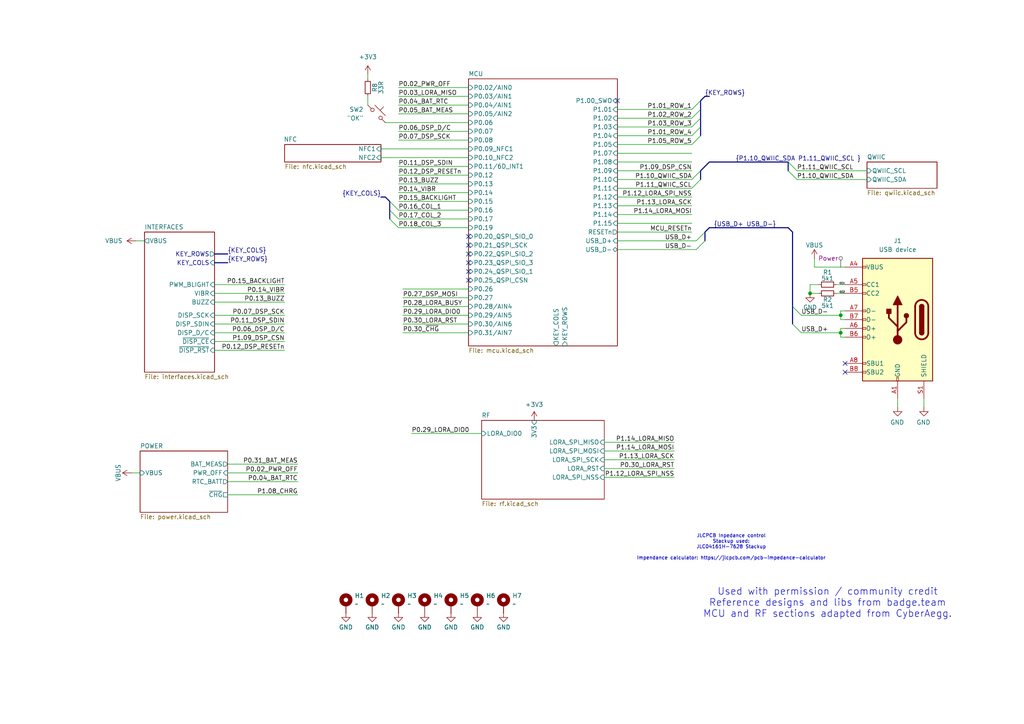
<source format=kicad_sch>
(kicad_sch (version 20250114) (generator "eeschema") (generator_version "9.0")
  (paper "A4")
  (title_block (title "Mainboard replacement for Nokia 3310") (date "29-12-2025") (rev "Rev A") (company "Mesh3310") (comment 1 "JDJ electronics"))
  (lib_symbols
    (symbol "Connector:USB_C_Receptacle_USB2.0_16P" (pin_names (offset 1.016))
      (property "Reference" "J1" (at 0 22.86 0))
      (property "Value" "USB device" (at 0 20.32 0))
      (symbol "USB_C_Receptacle_USB2.0_16P_0_0"
        (rectangle (start -0.254 -17.78) (end 0.254 -16.764))
        (rectangle (start 10.16 15.494) (end 9.144 14.986))
        (rectangle (start 10.16 10.414) (end 9.144 9.906))
        (rectangle (start 10.16 7.874) (end 9.144 7.366))
        (rectangle (start 10.16 2.794) (end 9.144 2.286))
        (rectangle (start 10.16 0.254) (end 9.144 -0.254))
        (rectangle (start 10.16 -2.286) (end 9.144 -2.794))
        (rectangle (start 10.16 -4.826) (end 9.144 -5.334))
        (rectangle (start 10.16 -12.446) (end 9.144 -12.954))
        (rectangle (start 10.16 -14.986) (end 9.144 -15.494))
      )
      (symbol "USB_C_Receptacle_USB2.0_16P_0_1"
        (rectangle (start -10.16 17.78) (end 10.16 -17.78) (stroke (width 0.254)) (fill (type background)))
        (polyline (pts (xy -8.89 -3.81) (xy -8.89 3.81)) (stroke (width 0.508)))
        (rectangle (start -7.62 -3.81) (end -6.35 3.81) (stroke (width 0.254)) (fill (type outline)))
        (arc (start -7.62 3.81) (mid -6.985 4.4423) (end -6.35 3.81) (stroke (width 0.254)))
        (arc (start -7.62 3.81) (mid -6.985 4.4423) (end -6.35 3.81) (stroke (width 0.254)) (fill (type outline)))
        (arc (start -8.89 3.81) (mid -6.985 5.7067) (end -5.08 3.81) (stroke (width 0.508)))
        (arc (start -5.08 -3.81) (mid -6.985 -5.7067) (end -8.89 -3.81) (stroke (width 0.508)))
        (arc (start -6.35 -3.81) (mid -6.985 -4.4423) (end -7.62 -3.81) (stroke (width 0.254)))
        (arc (start -6.35 -3.81) (mid -6.985 -4.4423) (end -7.62 -3.81) (stroke (width 0.254)) (fill (type outline)))
        (polyline (pts (xy -5.08 3.81) (xy -5.08 -3.81)) (stroke (width 0.508)))
        (circle (center -2.54 1.143) (radius 0.635) (stroke (width 0.254)) (fill (type outline)))
        (polyline (pts (xy -1.27 4.318) (xy 0 6.858) (xy 1.27 4.318) (xy -1.27 4.318)) (stroke (width 0.254)) (fill (type outline)))
        (polyline (pts (xy 0 -2.032) (xy 2.54 0.508) (xy 2.54 1.778)) (stroke (width 0.508)))
        (polyline (pts (xy 0 -3.302) (xy -2.54 -0.762) (xy -2.54 0.508)) (stroke (width 0.508)))
        (polyline (pts (xy 0 -5.842) (xy 0 4.318)) (stroke (width 0.508)))
        (circle (center 0 -5.842) (radius 1.27) (fill (type outline)))
        (rectangle (start 1.905 1.778) (end 3.175 3.048) (stroke (width 0.254)) (fill (type outline)))
      )
      (symbol "USB_C_Receptacle_USB2.0_16P_1_1"
        (pin passive line (at -7.62 -22.86 90) (length 5.08) (name "SHIELD") (number "S1"))
        (pin passive line (at 0 -22.86 90) (length 5.08) (name "GND") (number "A1"))
        (pin passive line (at 0 -22.86 90) (length 5.08) (hide yes) (name "GND") (number "A12"))
        (pin passive line (at 0 -22.86 90) (length 5.08) (hide yes) (name "GND") (number "B1"))
        (pin passive line (at 0 -22.86 90) (length 5.08) (hide yes) (name "GND") (number "B12"))
        (pin power_out line (at 15.24 15.24 180) (length 5.08) (name "VBUS") (number "A4"))
        (pin passive line (at 15.24 15.24 180) (length 5.08) (hide yes) (name "VBUS") (number "A9"))
        (pin passive line (at 15.24 15.24 180) (length 5.08) (hide yes) (name "VBUS") (number "B4"))
        (pin passive line (at 15.24 15.24 180) (length 5.08) (hide yes) (name "VBUS") (number "B9"))
        (pin bidirectional line (at 15.24 10.16 180) (length 5.08) (name "CC1") (number "A5"))
        (pin bidirectional line (at 15.24 7.62 180) (length 5.08) (name "CC2") (number "B5"))
        (pin bidirectional line (at 15.24 2.54 180) (length 5.08) (name "D-") (number "A7"))
        (pin bidirectional line (at 15.24 0 180) (length 5.08) (name "D-") (number "B7"))
        (pin bidirectional line (at 15.24 -2.54 180) (length 5.08) (name "D+") (number "A6"))
        (pin bidirectional line (at 15.24 -5.08 180) (length 5.08) (name "D+") (number "B6"))
        (pin bidirectional line (at 15.24 -12.7 180) (length 5.08) (name "SBU1") (number "A8"))
        (pin bidirectional line (at 15.24 -15.24 180) (length 5.08) (name "SBU2") (number "B8"))
      )
    )
    (symbol "Device:R_Small" (pin_numbers (hide yes)) (pin_names (offset 0.254) (hide yes))
      (property "Reference" "R" (at 0 0 90))
      (property "Value" "R_Small" (at 1.778 0 90))
      (symbol "R_Small_0_1"
        (rectangle (start -0.762 1.778) (end 0.762 -1.778) (stroke (width 0.2032)))
      )
      (symbol "R_Small_1_1"
        (pin passive line (at 0 2.54 270) (length 0.762) (name "~") (number "1"))
        (pin passive line (at 0 -2.54 90) (length 0.762) (name "~") (number "2"))
      )
    )
    (symbol "Mechanical:MountingHole_Pad" (pin_numbers (hide yes)) (pin_names (offset 1.016) (hide yes)) (exclude_from_sim yes) (in_bom no)
      (property "Reference" "H" (at 0 6.35 0))
      (property "Value" "MountingHole_Pad" (at 0 4.445 0))
      (symbol "MountingHole_Pad_0_1"
        (circle (center 0 1.27) (radius 1.27) (stroke (width 1.27)))
      )
      (symbol "MountingHole_Pad_1_1"
        (pin input line (at 0 -2.54 90) (length 2.54) (name "1") (number "1"))
      )
    )
    (symbol "Switch:SW_Push_45deg" (pin_numbers (hide yes)) (pin_names (offset 1.016) (hide yes))
      (property "Reference" "SW" (at 3.048 1.016 0))
      (property "Value" "SW_Push_45deg" (at 0 -3.81 0))
      (symbol "SW_Push_45deg_0_1"
        (polyline (pts (xy -2.54 2.54) (xy -1.524 1.524) (xy -1.524 1.524)))
        (circle (center -1.1684 1.1684) (radius 0.508))
        (polyline (pts (xy -0.508 2.54) (xy 2.54 -0.508)))
        (polyline (pts (xy 1.016 1.016) (xy 2.032 2.032)))
        (circle (center 1.143 -1.1938) (radius 0.508))
        (polyline (pts (xy 1.524 -1.524) (xy 2.54 -2.54) (xy 2.54 -2.54) (xy 2.54 -2.54)))
        (pin passive line (at -2.54 2.54 0) (length 0) (name "1") (number "1"))
        (pin passive line (at 2.54 -2.54 180) (length 0) (name "2") (number "2"))
      )
    )
    (symbol "mch2021-rescue:GND-power" (power) (pin_names (offset 0))
      (property "Value" "GND-power" (at 0 -3.81 0))
      (symbol "GND-power_0_1"
        (polyline (pts (xy 0 0) (xy 0 -1.27) (xy 1.27 -1.27) (xy 0 -2.54) (xy -1.27 -1.27) (xy 0 -1.27)))
      )
      (symbol "GND-power_1_1"
        (pin power_in line (at 0 0 270) (length 0) (hide yes) (name "GND") (number "1"))
      )
    )
    (symbol "mch2021-rescue:R_Small-Device" (pin_numbers (hide yes)) (pin_names (offset 0.254) (hide yes))
      (property "Reference" "R" (at 0.762 0.508 0))
      (property "Value" "R_Small-Device" (at 0.762 -1.016 0))
      (symbol "R_Small-Device_0_1"
        (rectangle (start -0.762 1.778) (end 0.762 -1.778) (stroke (width 0.2032)))
      )
      (symbol "R_Small-Device_1_1"
        (pin passive line (at 0 2.54 270) (length 0.762) (name "~") (number "1"))
        (pin passive line (at 0 -2.54 90) (length 0.762) (name "~") (number "2"))
      )
    )
    (symbol "power:+3V3" (power) (pin_numbers (hide yes)) (pin_names (offset 0) (hide yes))
      (property "Value" "+3V3" (at 0 3.556 0))
      (symbol "+3V3_0_1"
        (polyline (pts (xy -0.762 1.27) (xy 0 2.54)))
        (polyline (pts (xy 0 2.54) (xy 0.762 1.27)))
        (polyline (pts (xy 0 0) (xy 0 2.54)))
      )
      (symbol "+3V3_1_1"
        (pin power_in line (at 0 0 90) (length 0) (name "~") (number "1"))
      )
    )
    (symbol "power:GND" (power) (pin_numbers (hide yes)) (pin_names (offset 0) (hide yes))
      (property "Value" "GND" (at 0 -3.81 0))
      (symbol "GND_0_1"
        (polyline (pts (xy 0 0) (xy 0 -1.27) (xy 1.27 -1.27) (xy 0 -2.54) (xy -1.27 -1.27) (xy 0 -1.27)))
      )
      (symbol "GND_1_1"
        (pin power_in line (at 0 0 270) (length 0) (name "~") (number "1"))
      )
    )
    (symbol "power:VBUS" (power) (pin_numbers (hide yes)) (pin_names (offset 0) (hide yes))
      (property "Value" "VBUS" (at 0 3.556 0))
      (symbol "VBUS_0_1"
        (polyline (pts (xy -0.762 1.27) (xy 0 2.54)))
        (polyline (pts (xy 0 2.54) (xy 0.762 1.27)))
        (polyline (pts (xy 0 0) (xy 0 2.54)))
      )
      (symbol "VBUS_1_1"
        (pin power_in line (at 0 0 90) (length 0) (name "~") (number "1"))
      )
    )
  )
  (text "JLCPCB Inpedance control\nStackup used:\nJLC04161H-7628 Stackup\n\nImpendance calculator: https://jlcpcb.com/pcb-impedance-calculator" (exclude_from_sim yes) (at 212.09 158.75 0) (effects (font (size 1 1))))
  (text "Used with permission / community credit\nReference designs and libs from badge.team\nMCU and RF sections adapted from CyberAegg.\n\n" (at 240.03 176.53 0) (effects (font (size 2 2))))
  (junction (at 243.84 91.44))
  (junction (at 234.95 85.09))
  (junction (at 243.84 96.52))
  (no_connect (at 179.07 29.21))
  (no_connect (at 135.89 76.2))
  (no_connect (at 135.89 78.74))
  (no_connect (at 135.89 81.28))
  (no_connect (at 135.89 68.58))
  (no_connect (at 245.11 105.41))
  (no_connect (at 135.89 71.12))
  (no_connect (at 245.11 107.95))
  (no_connect (at 135.89 73.66))
  (bus_entry (at 204.47 69.85) (size -2.54 2.54))
  (bus_entry (at 203.2 36.83) (size -2.54 2.54))
  (bus_entry (at 229.87 93.98) (size 2.54 2.54))
  (bus_entry (at 113.03 58.42) (size 2.54 2.54))
  (bus_entry (at 203.2 34.29) (size -2.54 2.54))
  (bus_entry (at 231.14 49.53) (size -2.54 -2.54))
  (bus_entry (at 200.66 52.07) (size 2.54 -2.54))
  (bus_entry (at 203.2 29.21) (size -2.54 2.54))
  (bus_entry (at 203.2 31.75) (size -2.54 2.54))
  (bus_entry (at 231.14 52.07) (size -2.54 -2.54))
  (bus_entry (at 229.87 88.9) (size 2.54 2.54))
  (bus_entry (at 113.03 60.96) (size 2.54 2.54))
  (bus_entry (at 204.47 67.31) (size -2.54 2.54))
  (bus_entry (at 113.03 63.5) (size 2.54 2.54))
  (bus_entry (at 200.66 54.61) (size 2.54 -2.54))
  (bus_entry (at 203.2 39.37) (size -2.54 2.54))
  (wire (pts (xy 110.49 43.18) (xy 135.89 43.18)))
  (wire (pts (xy 195.58 130.81) (xy 175.26 130.81)))
  (wire (pts (xy 82.55 87.63) (xy 62.23 87.63)))
  (wire (pts (xy 179.07 59.69) (xy 200.66 59.69)))
  (bus (pts (xy 203.2 29.21) (xy 204.47 27.94)))
  (wire (pts (xy 115.57 48.26) (xy 135.89 48.26)))
  (wire (pts (xy 175.26 135.89) (xy 195.58 135.89)))
  (wire (pts (xy 106.68 27.94) (xy 106.68 30.48)))
  (wire (pts (xy 135.89 66.04) (xy 115.57 66.04)))
  (wire (pts (xy 116.84 86.36) (xy 135.89 86.36)))
  (wire (pts (xy 82.55 85.09) (xy 62.23 85.09)))
  (wire (pts (xy 82.55 82.55) (xy 62.23 82.55)))
  (wire (pts (xy 116.84 96.52) (xy 135.89 96.52)))
  (bus (pts (xy 205.74 66.04) (xy 228.6 66.04)))
  (bus (pts (xy 113.03 60.96) (xy 113.03 63.5)))
  (bus (pts (xy 229.87 67.31) (xy 229.87 88.9)))
  (wire (pts (xy 39.37 69.85) (xy 41.91 69.85)))
  (bus (pts (xy 204.47 67.31) (xy 205.74 66.04)))
  (wire (pts (xy 243.84 96.52) (xy 243.84 97.79)))
  (wire (pts (xy 245.11 92.71) (xy 243.84 92.71)))
  (wire (pts (xy 115.57 38.1) (xy 135.89 38.1)))
  (bus (pts (xy 205.74 46.99) (xy 228.6 46.99)))
  (wire (pts (xy 111.76 35.56) (xy 135.89 35.56)))
  (wire (pts (xy 245.11 85.09) (xy 242.57 85.09)))
  (wire (pts (xy 243.84 97.79) (xy 245.11 97.79)))
  (wire (pts (xy 245.11 95.25) (xy 243.84 95.25)))
  (wire (pts (xy 200.66 57.15) (xy 179.07 57.15)))
  (wire (pts (xy 119.38 125.73) (xy 139.7 125.73)))
  (bus (pts (xy 203.2 34.29) (xy 203.2 36.83)))
  (wire (pts (xy 236.22 77.47) (xy 236.22 74.93)))
  (wire (pts (xy 82.55 101.6) (xy 62.23 101.6)))
  (wire (pts (xy 245.11 77.47) (xy 236.22 77.47)))
  (wire (pts (xy 243.84 95.25) (xy 243.84 96.52)))
  (wire (pts (xy 110.49 45.72) (xy 135.89 45.72)))
  (wire (pts (xy 200.66 31.75) (xy 179.07 31.75)))
  (wire (pts (xy 115.57 27.94) (xy 135.89 27.94)))
  (wire (pts (xy 66.04 139.7) (xy 86.36 139.7)))
  (wire (pts (xy 200.66 34.29) (xy 179.07 34.29)))
  (bus (pts (xy 229.87 67.31) (xy 228.6 66.04)))
  (wire (pts (xy 200.66 62.23) (xy 179.07 62.23)))
  (wire (pts (xy 245.11 90.17) (xy 243.84 90.17)))
  (wire (pts (xy 179.07 41.91) (xy 200.66 41.91)))
  (bus (pts (xy 228.6 46.99) (xy 228.6 49.53)))
  (wire (pts (xy 135.89 60.96) (xy 115.57 60.96)))
  (bus (pts (xy 66.04 76.2) (xy 62.23 76.2)))
  (bus (pts (xy 203.2 31.75) (xy 203.2 34.29)))
  (bus (pts (xy 66.04 73.66) (xy 62.23 73.66)))
  (wire (pts (xy 66.04 143.51) (xy 86.36 143.51)))
  (wire (pts (xy 38.1 137.16) (xy 40.64 137.16)))
  (wire (pts (xy 200.66 49.53) (xy 179.07 49.53)))
  (wire (pts (xy 179.07 67.31) (xy 200.66 67.31)))
  (wire (pts (xy 243.84 96.52) (xy 232.41 96.52)))
  (bus (pts (xy 204.47 67.31) (xy 204.47 69.85)))
  (bus (pts (xy 203.2 49.53) (xy 203.2 52.07)))
  (wire (pts (xy 135.89 55.88) (xy 115.57 55.88)))
  (wire (pts (xy 243.84 91.44) (xy 243.84 92.71)))
  (wire (pts (xy 179.07 52.07) (xy 200.66 52.07)))
  (bus (pts (xy 110.49 57.15) (xy 111.76 57.15)))
  (wire (pts (xy 66.04 134.62) (xy 86.36 134.62)))
  (wire (pts (xy 115.57 50.8) (xy 135.89 50.8)))
  (bus (pts (xy 203.2 36.83) (xy 203.2 39.37)))
  (bus (pts (xy 229.87 93.98) (xy 229.87 88.9)))
  (wire (pts (xy 115.57 40.64) (xy 135.89 40.64)))
  (wire (pts (xy 115.57 30.48) (xy 135.89 30.48)))
  (wire (pts (xy 243.84 91.44) (xy 232.41 91.44)))
  (wire (pts (xy 179.07 54.61) (xy 200.66 54.61)))
  (wire (pts (xy 195.58 133.35) (xy 175.26 133.35)))
  (wire (pts (xy 179.07 69.85) (xy 201.93 69.85)))
  (wire (pts (xy 200.66 44.45) (xy 179.07 44.45)))
  (wire (pts (xy 243.84 90.17) (xy 243.84 91.44)))
  (wire (pts (xy 82.55 99.06) (xy 62.23 99.06)))
  (wire (pts (xy 251.46 49.53) (xy 231.14 49.53)))
  (wire (pts (xy 82.55 91.44) (xy 62.23 91.44)))
  (wire (pts (xy 116.84 93.98) (xy 135.89 93.98)))
  (wire (pts (xy 106.68 21.59) (xy 106.68 22.86)))
  (wire (pts (xy 116.84 91.44) (xy 135.89 91.44)))
  (bus (pts (xy 113.03 58.42) (xy 111.76 57.15)))
  (wire (pts (xy 175.26 138.43) (xy 195.58 138.43)))
  (wire (pts (xy 66.04 137.16) (xy 86.36 137.16)))
  (wire (pts (xy 135.89 33.02) (xy 115.57 33.02)))
  (wire (pts (xy 195.58 128.27) (xy 175.26 128.27)))
  (wire (pts (xy 135.89 58.42) (xy 115.57 58.42)))
  (wire (pts (xy 116.84 83.82) (xy 135.89 83.82)))
  (wire (pts (xy 135.89 63.5) (xy 115.57 63.5)))
  (wire (pts (xy 260.35 115.57) (xy 260.35 118.11)))
  (wire (pts (xy 179.07 72.39) (xy 201.93 72.39)))
  (wire (pts (xy 82.55 93.98) (xy 62.23 93.98)))
  (wire (pts (xy 245.11 82.55) (xy 242.57 82.55)))
  (wire (pts (xy 179.07 46.99) (xy 200.66 46.99)))
  (bus (pts (xy 113.03 58.42) (xy 113.03 60.96)))
  (wire (pts (xy 115.57 53.34) (xy 135.89 53.34)))
  (wire (pts (xy 251.46 52.07) (xy 231.14 52.07)))
  (wire (pts (xy 234.95 82.55) (xy 234.95 85.09)))
  (bus (pts (xy 204.47 27.94) (xy 205.74 27.94)))
  (bus (pts (xy 203.2 29.21) (xy 203.2 31.75)))
  (wire (pts (xy 82.55 96.52) (xy 62.23 96.52)))
  (bus (pts (xy 203.2 49.53) (xy 205.74 46.99)))
  (wire (pts (xy 179.07 39.37) (xy 200.66 39.37)))
  (wire (pts (xy 234.95 82.55) (xy 237.49 82.55)))
  (wire (pts (xy 200.66 36.83) (xy 179.07 36.83)))
  (wire (pts (xy 116.84 88.9) (xy 135.89 88.9)))
  (wire (pts (xy 237.49 85.09) (xy 234.95 85.09)))
  (wire (pts (xy 200.66 64.77) (xy 179.07 64.77)))
  (wire (pts (xy 267.97 115.57) (xy 267.97 118.11)))
  (wire (pts (xy 115.57 25.4) (xy 135.89 25.4)))
  (label "USB_D+" (at 232.41 96.52 0))
  (label "{KEY_ROWS}" (at 66.04 76.2 0))
  (label "P1.08_CHRG" (at 86.36 143.51 180))
  (label "P0.27_DSP_MOSI" (at 116.84 86.36 0))
  (label "P1.11_QWIIC_SCL" (at 200.66 54.61 180))
  (label "P0.15_BACKLIGHT" (at 82.55 82.55 180))
  (label "P0.16_COL_1" (at 115.57 60.96 0))
  (label "P0.18_COL_3" (at 115.57 66.04 0))
  (label "P1.02_ROW_2" (at 200.66 34.29 180))
  (label "{KEY_COLS}" (at 110.49 57.15 180))
  (label "USB_D-" (at 232.41 91.44 0))
  (label "P0.29_LORA_DIO0" (at 119.38 125.73 0))
  (label "P0.02_PWR_OFF" (at 115.57 25.4 0))
  (label "P1.10_QWIIC_SDA" (at 200.66 52.07 180))
  (label "P1.01_ROW_1" (at 200.66 31.75 180))
  (label "MCU_RESETn" (at 200.66 67.31 180))
  (label "CC2" (at 245.11 85.09 180) (effects (font (size 0.508 0.508))))
  (label "P0.12_DSP_RESETn" (at 115.57 50.8 0))
  (label "P0.30_~{CHG}" (at 116.84 96.52 0))
  (label "P0.12_DSP_RESETn" (at 82.55 101.6 180))
  (label "P0.07_DSP_SCK" (at 82.55 91.44 180))
  (label "P0.03_LORA_MISO" (at 115.57 27.94 0))
  (label "P1.09_DSP_CSN" (at 200.66 49.53 180))
  (label "P1.14_LORA_MOSI" (at 200.66 62.23 180))
  (label "P0.04_BAT_RTC" (at 115.57 30.48 0))
  (label "P1.14_LORA_MISO" (at 195.58 128.27 180))
  (label "P1.11_QWIIC_SCL" (at 231.14 49.53 0))
  (label "P1.12_LORA_SPI_NSS" (at 200.66 57.15 180))
  (label "{KEY_ROWS}" (at 204.47 27.94 0))
  (label "P0.11_DSP_SDIN" (at 82.55 93.98 180))
  (label "P1.10_QWIIC_SDA" (at 231.14 52.07 0))
  (label "P0.28_LORA_BUSY" (at 116.84 88.9 0))
  (label "{P1.10_QWIIC_SDA P1.11_QWIIC_SCL }" (at 213.36 46.99 0))
  (label "P0.29_LORA_DIO0" (at 116.84 91.44 0))
  (label "P0.14_VIBR" (at 82.55 85.09 180))
  (label "P0.11_DSP_SDIN" (at 115.57 48.26 0))
  (label "{USB_D+ USB_D-}" (at 207.01 66.04 0))
  (label "P0.31_BAT_MEAS" (at 86.36 134.62 180))
  (label "{KEY_COLS}" (at 66.04 73.66 0))
  (label "CC1" (at 245.11 82.55 180) (effects (font (size 0.508 0.508))))
  (label "P0.06_DSP_D{slash}C" (at 115.57 38.1 0))
  (label "P0.30_LORA_RST" (at 195.58 135.89 180))
  (label "P0.07_DSP_SCK" (at 115.57 40.64 0))
  (label "P1.03_ROW_3" (at 200.66 36.83 180))
  (label "P0.02_PWR_OFF" (at 86.36 137.16 180))
  (label "P0.15_BACKLIGHT" (at 115.57 58.42 0))
  (label "P0.17_COL_2" (at 115.57 63.5 0))
  (label "P1.14_LORA_MOSI" (at 195.58 130.81 180))
  (label "USB_D-" (at 200.66 72.39 180))
  (label "P0.14_VIBR" (at 115.57 55.88 0))
  (label "P1.13_LORA_SCK" (at 200.66 59.69 180))
  (label "P1.05_ROW_5" (at 200.66 41.91 180))
  (label "P0.04_BAT_RTC" (at 86.36 139.7 180))
  (label "P0.30_LORA_RST" (at 116.84 93.98 0))
  (label "P1.09_DSP_CSN" (at 82.55 99.06 180))
  (label "P1.12_LORA_SPI_NSS" (at 195.58 138.43 180))
  (label "P1.13_LORA_SCK" (at 195.58 133.35 180))
  (label "P0.06_DSP_D{slash}C" (at 82.55 96.52 180))
  (label "P0.13_BUZZ" (at 82.55 87.63 180))
  (label "P0.13_BUZZ" (at 115.57 53.34 0))
  (label "P0.05_BAT_MEAS" (at 115.57 33.02 0))
  (label "USB_D+" (at 200.66 69.85 180))
  (label "P1.01_ROW_4" (at 200.66 39.37 180))
  (netclass_flag "" (length 2.54) (shape round) (at 243.84 77.47 0) (property "Netclass" "Power" (at 243.1415 74.93 0) (effects (justify right))))
  (symbol (lib_id "power:GND") (at 123.19 177.8 0) (unit 1)
    (property "Reference" "#PWR04" (effects (hide yes)))
    (property "Value" "GND" (at 123.19 181.9331 0))
    (property "Description" "Power symbol creates a global label with name \"GND\" , ground" (effects (hide yes)))
  )
  (symbol (lib_id "mch2021-rescue:R_Small-Device") (at 240.03 82.55 90) (mirror x) (unit 1)
    (property "Reference" "R1" (at 240.03 78.994 90))
    (property "Value" "5k1" (at 240.03 80.772 90))
    (property "Footprint" "Resistor_SMD:R_0402_1005Metric" (effects (hide yes)))
    (property "Datasheet" "https://jlcpcb.com/partdetail/26648-0402WGF5101TCE/C25905" (effects (hide yes)))
    (property "LCSC" "C25905" (effects (hide yes)))
  )
  (symbol (lib_id "Mechanical:MountingHole_Pad") (at 107.95 175.26 0) (unit 1) (exclude_from_sim yes) (in_bom no)
    (property "Reference" "H2" (at 110.49 172.7778 0) (effects (justify left)))
    (property "Value" "~" (at 110.49 175.2021 0) (effects (justify left)))
    (property "Footprint" "Parts:2mm_mounting_hole_sig" (effects (hide yes)))
    (property "Description" "Mounting Hole with connection" (effects (hide yes)))
  )
  (symbol (lib_id "Mechanical:MountingHole_Pad") (at 100.33 175.26 0) (unit 1) (exclude_from_sim yes) (in_bom no)
    (property "Reference" "H1" (at 102.87 172.7778 0) (effects (justify left)))
    (property "Value" "~" (at 102.87 175.2021 0) (effects (justify left)))
    (property "Footprint" "Parts:2mm_mounting_hole_sig" (effects (hide yes)))
    (property "Description" "Mounting Hole with connection" (effects (hide yes)))
  )
  (symbol (lib_id "power:+3V3") (at 106.68 21.59 0) (unit 1)
    (property "Reference" "#PWR08" (effects (hide yes)))
    (property "Value" "+3V3" (at 106.68 16.51 0))
    (property "Description" "Power symbol creates a global label with name \"+3V3\"" (effects (hide yes)))
  )
  (symbol (lib_id "Device:R_Small") (at 106.68 25.4 180) (unit 1)
    (property "Reference" "R8" (at 108.712 25.4 90))
    (property "Value" "33R" (at 110.49 25.4 90))
    (property "Footprint" "Resistor_SMD:R_0402_1005Metric" (effects (hide yes)))
    (property "Description" "Resistor, small symbol" (effects (hide yes)))
    (property "LCSC" "C25105" (effects (hide yes)))
  )
  (symbol (lib_id "power:VBUS") (at 236.22 74.93 0) (mirror y) (unit 1)
    (property "Reference" "#PWR016" (effects (hide yes)))
    (property "Value" "VBUS" (at 236.22 71.12 0))
    (property "Description" "Power symbol creates a global label with name \"VBUS\"" (effects (hide yes)))
  )
  (symbol (lib_id "Mechanical:MountingHole_Pad") (at 146.05 175.26 0) (unit 1) (exclude_from_sim yes) (in_bom no)
    (property "Reference" "H7" (at 148.59 172.7778 0) (effects (justify left)))
    (property "Value" "~" (at 148.59 175.2021 0) (effects (justify left)))
    (property "Footprint" "Parts:2mm_mounting_hole_sig" (effects (hide yes)))
    (property "Description" "Mounting Hole with connection" (effects (hide yes)))
  )
  (symbol (lib_id "power:GND") (at 130.81 177.8 0) (unit 1)
    (property "Reference" "#PWR05" (effects (hide yes)))
    (property "Value" "GND" (at 130.81 181.9331 0))
    (property "Description" "Power symbol creates a global label with name \"GND\" , ground" (effects (hide yes)))
  )
  (symbol (lib_id "power:GND") (at 146.05 177.8 0) (unit 1)
    (property "Reference" "#PWR07" (effects (hide yes)))
    (property "Value" "GND" (at 146.05 181.9331 0))
    (property "Description" "Power symbol creates a global label with name \"GND\" , ground" (effects (hide yes)))
  )
  (symbol (lib_id "Mechanical:MountingHole_Pad") (at 115.57 175.26 0) (unit 1) (exclude_from_sim yes) (in_bom no)
    (property "Reference" "H3" (at 118.11 172.7778 0) (effects (justify left)))
    (property "Value" "~" (at 118.11 175.2021 0) (effects (justify left)))
    (property "Footprint" "Parts:2mm_mounting_hole_sig" (effects (hide yes)))
    (property "Description" "Mounting Hole with connection" (effects (hide yes)))
  )
  (symbol (lib_id "power:+3V3") (at 154.94 121.92 0) (unit 1)
    (property "Reference" "#PWR010" (effects (hide yes)))
    (property "Value" "+3V3" (at 154.94 117.348 0))
    (property "Description" "Power symbol creates a global label with name \"+3V3\"" (effects (hide yes)))
  )
  (symbol (lib_id "power:GND") (at 100.33 177.8 0) (unit 1)
    (property "Reference" "#PWR01" (effects (hide yes)))
    (property "Value" "GND" (at 100.33 181.9331 0))
    (property "Description" "Power symbol creates a global label with name \"GND\" , ground" (effects (hide yes)))
  )
  (symbol (lib_id "Mechanical:MountingHole_Pad") (at 130.81 175.26 0) (unit 1) (exclude_from_sim yes) (in_bom no)
    (property "Reference" "H5" (at 133.35 172.7778 0) (effects (justify left)))
    (property "Value" "~" (at 133.35 175.2021 0) (effects (justify left)))
    (property "Footprint" "Parts:2mm_mounting_hole_sig" (effects (hide yes)))
    (property "Description" "Mounting Hole with connection" (effects (hide yes)))
  )
  (symbol (lib_id "Mechanical:MountingHole_Pad") (at 138.43 175.26 0) (unit 1) (exclude_from_sim yes) (in_bom no)
    (property "Reference" "H6" (at 140.97 172.7778 0) (effects (justify left)))
    (property "Value" "~" (at 140.97 175.2021 0) (effects (justify left)))
    (property "Footprint" "Parts:2mm_mounting_hole_sig" (effects (hide yes)))
    (property "Description" "Mounting Hole with connection" (effects (hide yes)))
  )
  (symbol (lib_id "mch2021-rescue:GND-power") (at 267.97 118.11 0) (mirror y) (unit 1)
    (property "Reference" "#PWR014" (effects (hide yes)))
    (property "Value" "GND" (at 267.843 122.5042 0))
  )
  (symbol (lib_id "power:GND") (at 138.43 177.8 0) (unit 1)
    (property "Reference" "#PWR06" (effects (hide yes)))
    (property "Value" "GND" (at 138.43 181.9331 0))
    (property "Description" "Power symbol creates a global label with name \"GND\" , ground" (effects (hide yes)))
  )
  (symbol (lib_id "mch2021-rescue:GND-power") (at 260.35 118.11 0) (mirror y) (unit 1)
    (property "Reference" "#PWR015" (effects (hide yes)))
    (property "Value" "GND" (at 260.223 122.5042 0))
  )
  (symbol (lib_id "Mechanical:MountingHole_Pad") (at 123.19 175.26 0) (unit 1) (exclude_from_sim yes) (in_bom no)
    (property "Reference" "H4" (at 125.73 172.7778 0) (effects (justify left)))
    (property "Value" "~" (at 125.73 175.2021 0) (effects (justify left)))
    (property "Footprint" "Parts:2mm_mounting_hole_sig" (effects (hide yes)))
    (property "Description" "Mounting Hole with connection" (effects (hide yes)))
  )
  (symbol (lib_id "mch2021-rescue:R_Small-Device") (at 240.03 85.09 90) (mirror x) (unit 1)
    (property "Reference" "R2" (at 240.03 86.868 90))
    (property "Value" "5k1" (at 240.03 88.646 90))
    (property "Footprint" "Resistor_SMD:R_0402_1005Metric" (effects (hide yes)))
    (property "Datasheet" "https://jlcpcb.com/partdetail/26648-0402WGF5101TCE/C25905" (effects (hide yes)))
    (property "LCSC" "C25905" (effects (hide yes)))
  )
  (symbol (lib_id "power:+3V3") (at 39.37 69.85 90) (unit 1)
    (property "Reference" "#PWR018" (effects (hide yes)))
    (property "Value" "VBUS" (at 35.56 69.8499 90) (effects (justify left)))
    (property "Description" "Power symbol creates a global label with name \"+3V3\"" (effects (hide yes)))
  )
  (symbol (lib_id "Connector:USB_C_Receptacle_USB2.0_16P") (at 260.35 92.71 0) (mirror y) (unit 1)
    (property "Reference" "J1" (at 260.35 69.85 0))
    (property "Value" "USB device" (at 260.35 72.39 0))
    (property "Footprint" "mesh3310:USB_C_Receptacle_HRO_TYPE-C-31-M-12" (effects (hide yes)))
    (property "Datasheet" "https://www.usb.org/sites/default/files/documents/usb_type-c.zip" (effects (hide yes)))
    (property "Description" "USB 2.0-only 16P Type-C Receptacle connector" (effects (hide yes)))
    (property "LCSC" "C165948" (effects (hide yes)))
    (property "FT Position Offset" "0,1" (effects (hide yes)))
  )
  (symbol (lib_id "power:GND") (at 107.95 177.8 0) (unit 1)
    (property "Reference" "#PWR02" (effects (hide yes)))
    (property "Value" "GND" (at 107.95 181.9331 0))
    (property "Description" "Power symbol creates a global label with name \"GND\" , ground" (effects (hide yes)))
  )
  (symbol (lib_id "power:VBUS") (at 38.1 137.16 90) (unit 1)
    (property "Reference" "#PWR013" (effects (hide yes)))
    (property "Value" "VBUS" (at 34.29 137.16 0))
    (property "Description" "Power symbol creates a global label with name \"VBUS\"" (effects (hide yes)))
  )
  (symbol (lib_id "Switch:SW_Push_45deg") (at 109.22 33.02 270) (mirror x) (unit 1) (in_bom no)
    (property "Reference" "SW2" (at 105.41 31.7499 90) (effects (justify right)))
    (property "Value" "\"OK\"" (at 105.41 34.2899 90) (effects (justify right)))
    (property "Footprint" "Parts:3310_key" (effects (hide yes)))
    (property "Description" "Push button switch, normally open, two pins, 45° tilted" (effects (hide yes)))
  )
  (symbol (lib_id "mch2021-rescue:GND-power") (at 234.95 85.09 0) (mirror y) (unit 1)
    (property "Reference" "#PWR017" (effects (hide yes)))
    (property "Value" "GND" (at 234.95 89.154 0))
  )
  (symbol (lib_id "power:GND") (at 115.57 177.8 0) (unit 1)
    (property "Reference" "#PWR03" (effects (hide yes)))
    (property "Value" "GND" (at 115.57 181.9331 0))
    (property "Description" "Power symbol creates a global label with name \"GND\" , ground" (effects (hide yes)))
  )
  (sheet (at 82.55 41.91) (size 27.94 5.08) (stroke (width 0.1524))
    (property "Sheetname" "NFC" (at 82.296 41.148 0) (effects (justify left bottom)))
    (property "Sheetfile" "nfc.kicad_sch" (at 82.55 47.5746 0) (effects (justify left top)))
    (pin "NFC1" input (at 110.49 43.18 0))
    (pin "NFC2" input (at 110.49 45.72 0))
  )
  (sheet (at 41.91 67.31) (size 20.32 40.64) (stroke (width 0.1524))
    (property "Sheetname" "INTERFACES" (at 41.91 66.5984 0) (effects (justify left bottom)))
    (property "Sheetfile" "interfaces.kicad_sch" (at 41.91 108.5346 0) (effects (justify left top)))
    (pin "VBUS" output (at 41.91 69.85 180))
    (pin "KEY_COLS" input (at 62.23 76.2 0))
    (pin "PWM_BLIGHT" input (at 62.23 82.55 0))
    (pin "KEY_ROWS" output (at 62.23 73.66 0))
    (pin "DISP_SCK" input (at 62.23 91.44 0))
    (pin "~{DISP_CE}" input (at 62.23 99.06 0))
    (pin "DISP_D{slash}C" input (at 62.23 96.52 0))
    (pin "DISP_SDIN" input (at 62.23 93.98 0))
    (pin "~{DISP_RST}" input (at 62.23 101.6 0))
    (pin "VIBR" input (at 62.23 85.09 0))
    (pin "BUZZ" input (at 62.23 87.63 0))
  )
  (sheet (at 135.89 22.86) (size 43.18 77.47) (exclude_from_sim yes) (stroke (width 0.1524))
    (property "Sheetname" "MCU" (at 135.89 22.1484 0) (effects (justify left bottom)))
    (property "Sheetfile" "mcu.kicad_sch" (at 135.89 100.9146 0) (effects (justify left top)))
    (pin "P0.02{slash}AIN0" input (at 135.89 25.4 180))
    (pin "P0.03{slash}AIN1" input (at 135.89 27.94 180))
    (pin "P0.04{slash}AIN1" input (at 135.89 30.48 180))
    (pin "P0.05{slash}AIN2" input (at 135.89 33.02 180))
    (pin "P0.06" input (at 135.89 35.56 180))
    (pin "P0.07" input (at 135.89 38.1 180))
    (pin "P0.08" input (at 135.89 40.64 180))
    (pin "P0.09_NFC1" input (at 135.89 43.18 180))
    (pin "P0.10_NFC2" input (at 135.89 45.72 180))
    (pin "P0.11{slash}6D_INT1" input (at 135.89 48.26 180))
    (pin "P0.12" input (at 135.89 50.8 180))
    (pin "P0.13" input (at 135.89 53.34 180))
    (pin "P0.14" input (at 135.89 55.88 180))
    (pin "P0.15" input (at 135.89 58.42 180))
    (pin "P0.16" input (at 135.89 60.96 180))
    (pin "P0.17" input (at 135.89 63.5 180))
    (pin "P0.19" input (at 135.89 66.04 180))
    (pin "P0.20_QSPI_SIO_0" input (at 135.89 68.58 180))
    (pin "P0.22_QSPI_SIO_2" input (at 135.89 73.66 180))
    (pin "P0.23_QSPI_SIO_3" input (at 135.89 76.2 180))
    (pin "P0.24_QSPI_SIO_1" input (at 135.89 78.74 180))
    (pin "P0.25_QSPI_CSN" input (at 135.89 81.28 180))
    (pin "P0.26" input (at 135.89 83.82 180))
    (pin "P0.27" input (at 135.89 86.36 180))
    (pin "P0.28{slash}AIN4" input (at 135.89 88.9 180))
    (pin "P0.29{slash}AIN5" input (at 135.89 91.44 180))
    (pin "P0.31{slash}AIN7" input (at 135.89 96.52 180))
    (pin "P1.00_SWO" input (at 179.07 29.21 0))
    (pin "P1.01" input (at 179.07 31.75 0))
    (pin "P1.02" input (at 179.07 34.29 0))
    (pin "P1.03" input (at 179.07 36.83 0))
    (pin "P1.04" input (at 179.07 39.37 0))
    (pin "P1.05" input (at 179.07 41.91 0))
    (pin "P1.07" input (at 179.07 44.45 0))
    (pin "P1.08" input (at 179.07 46.99 0))
    (pin "P1.09" input (at 179.07 49.53 0))
    (pin "P1.10" input (at 179.07 52.07 0))
    (pin "P1.11" input (at 179.07 54.61 0))
    (pin "P1.12" input (at 179.07 57.15 0))
    (pin "P1.13" input (at 179.07 59.69 0))
    (pin "P1.14" input (at 179.07 62.23 0))
    (pin "P1.15" input (at 179.07 64.77 0))
    (pin "RESETn" output (at 179.07 67.31 0))
    (pin "USB_D+" input (at 179.07 69.85 0))
    (pin "USB_D-" bidirectional (at 179.07 72.39 0))
    (pin "P0.30{slash}AIN6" input (at 135.89 93.98 180))
    (pin "P0.21_QSPI_SCK" input (at 135.89 71.12 180))
    (pin "KEY_COLS" output (at 161.29 100.33 270))
    (pin "KEY_ROWS" input (at 163.83 100.33 270))
  )
  (sheet (at 40.64 130.81) (size 25.4 17.78) (stroke (width 0.1524))
    (property "Sheetname" "POWER" (at 40.64 130.0984 0) (effects (justify left bottom)))
    (property "Sheetfile" "power.kicad_sch" (at 40.64 149.1746 0) (effects (justify left top)))
    (pin "VBUS" input (at 40.64 137.16 180))
    (pin "BAT_MEAS" output (at 66.04 134.62 0))
    (pin "PWR_OFF" input (at 66.04 137.16 0))
    (pin "RTC_BATT" output (at 66.04 139.7 0))
    (pin "~{CHG}" passive (at 66.04 143.51 0))
  )
  (sheet (at 139.7 121.92) (size 35.56 22.86) (stroke (width 0.1524))
    (property "Sheetname" "RF" (at 139.7 121.2084 0) (effects (justify left bottom)))
    (property "Sheetfile" "rf.kicad_sch" (at 139.7 145.3646 0) (effects (justify left top)))
    (pin "3V3" input (at 154.94 121.92 90))
    (pin "LORA_SPI_MISO" input (at 175.26 128.27 0))
    (pin "LORA_SPI_MOSI" input (at 175.26 130.81 0))
    (pin "LORA_SPI_SCK" input (at 175.26 133.35 0))
    (pin "LORA_RST" input (at 175.26 135.89 0))
    (pin "LORA_SPI_NSS" input (at 175.26 138.43 0))
    (pin "LORA_DIO0" input (at 139.7 125.73 180))
  )
  (sheet (at 251.46 46.99) (size 20.32 7.62) (stroke (width 0.1524))
    (property "Sheetname" "QWIIC" (at 251.46 46.2784 0) (effects (justify left bottom)))
    (property "Sheetfile" "qwiic.kicad_sch" (at 251.46 55.1946 0) (effects (justify left top)))
    (pin "QWIIC_SCL" input (at 251.46 49.53 180))
    (pin "QWIIC_SDA" input (at 251.46 52.07 180))
  )
)
</source>
